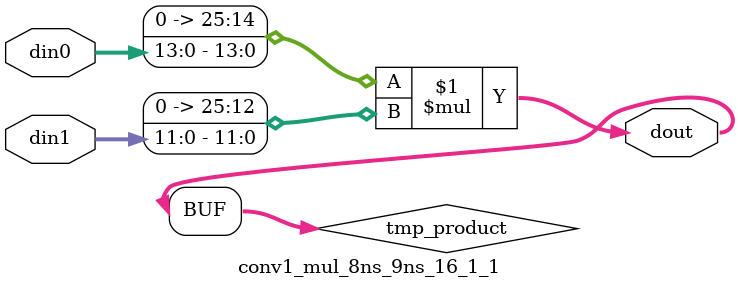
<source format=v>

`timescale 1 ns / 1 ps

 module conv1_mul_8ns_9ns_16_1_1(din0, din1, dout);
parameter ID = 1;
parameter NUM_STAGE = 0;
parameter din0_WIDTH = 14;
parameter din1_WIDTH = 12;
parameter dout_WIDTH = 26;

input [din0_WIDTH - 1 : 0] din0; 
input [din1_WIDTH - 1 : 0] din1; 
output [dout_WIDTH - 1 : 0] dout;

wire signed [dout_WIDTH - 1 : 0] tmp_product;
























assign tmp_product = $signed({1'b0, din0}) * $signed({1'b0, din1});











assign dout = tmp_product;





















endmodule

</source>
